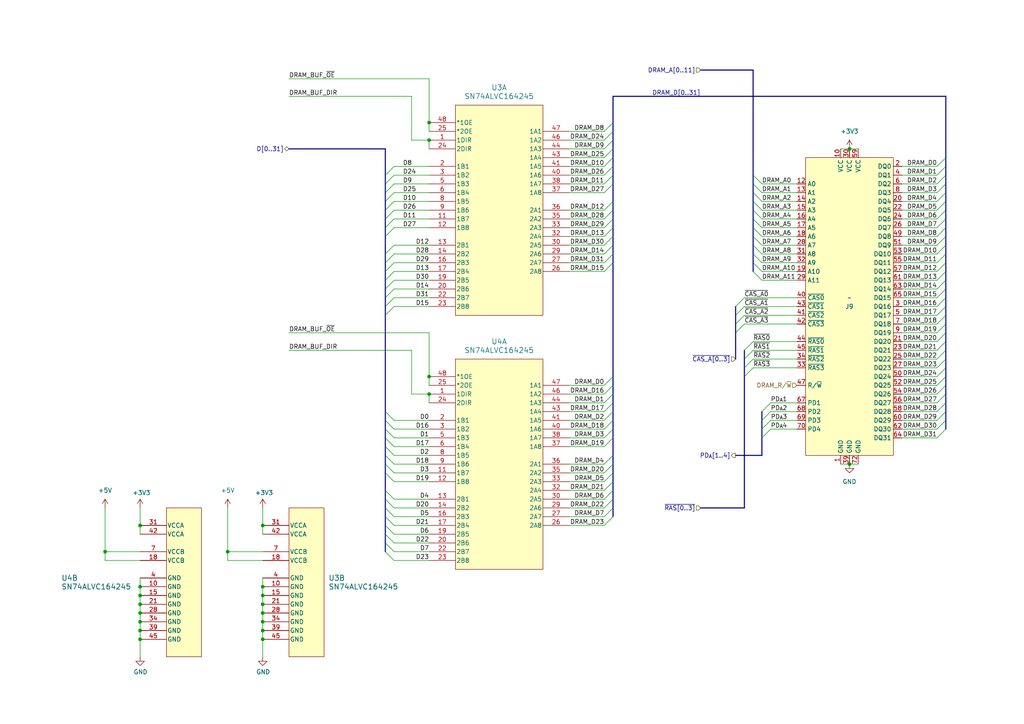
<source format=kicad_sch>
(kicad_sch (version 20230121) (generator eeschema)
  (paper "A4")
  (lib_symbols
    (symbol "68040:SIMM72_Socket"
      (property "Reference" "J" (at 0 0 0))
      (symbol "SIMM72_Socket_1_1"
        (rectangle (start -12.7 43.18) (end 12.7 -43.18) (fill (type background)))
        (pin power_in line (at -2.54 -45.72 90) (length 2.54) (name "GND") (number "1"))
        (pin power_in line (at -2.54 45.72 270) (length 2.54) (name "VCC") (number "10"))
        (pin input line (at -15.24 35.56 0) (length 2.54) (name "A0") (number "12"))
        (pin input line (at -15.24 33.02 0) (length 2.54) (name "A1") (number "13"))
        (pin input line (at -15.24 30.48 0) (length 2.54) (name "A2") (number "14"))
        (pin input line (at -15.24 27.94 0) (length 2.54) (name "A3") (number "15"))
        (pin input line (at -15.24 25.4 0) (length 2.54) (name "A4") (number "16"))
        (pin input line (at -15.24 22.86 0) (length 2.54) (name "A5") (number "17"))
        (pin input line (at -15.24 20.32 0) (length 2.54) (name "A6") (number "18"))
        (pin input line (at -15.24 10.16 0) (length 2.54) (name "A10") (number "19"))
        (pin bidirectional line (at 15.24 40.64 180) (length 2.54) (name "DQ0") (number "2"))
        (pin bidirectional line (at 15.24 30.48 180) (length 2.54) (name "DQ4") (number "20"))
        (pin bidirectional line (at 15.24 -10.16 180) (length 2.54) (name "DQ20") (number "21"))
        (pin bidirectional line (at 15.24 27.94 180) (length 2.54) (name "DQ5") (number "22"))
        (pin bidirectional line (at 15.24 -12.7 180) (length 2.54) (name "DQ21") (number "23"))
        (pin bidirectional line (at 15.24 25.4 180) (length 2.54) (name "DQ6") (number "24"))
        (pin bidirectional line (at 15.24 -15.24 180) (length 2.54) (name "DQ22") (number "25"))
        (pin bidirectional line (at 15.24 22.86 180) (length 2.54) (name "DQ7") (number "26"))
        (pin bidirectional line (at 15.24 -17.78 180) (length 2.54) (name "DQ23") (number "27"))
        (pin input line (at -15.24 17.78 0) (length 2.54) (name "A7") (number "28"))
        (pin input line (at -15.24 7.62 0) (length 2.54) (name "A11") (number "29"))
        (pin bidirectional line (at 15.24 0 180) (length 2.54) (name "DQ16") (number "3"))
        (pin power_in line (at 0 45.72 270) (length 2.54) (name "VCC") (number "30"))
        (pin input line (at -15.24 15.24 0) (length 2.54) (name "A8") (number "31"))
        (pin input line (at -15.24 12.7 0) (length 2.54) (name "A9") (number "32"))
        (pin input line (at -15.24 -17.78 0) (length 2.54) (name "~{RAS3}") (number "33"))
        (pin input line (at -15.24 -15.24 0) (length 2.54) (name "~{RAS2}") (number "34"))
        (pin power_in line (at 0 -45.72 90) (length 2.54) (name "GND") (number "39"))
        (pin bidirectional line (at 15.24 38.1 180) (length 2.54) (name "DQ1") (number "4"))
        (pin input line (at -15.24 2.54 0) (length 2.54) (name "~{CAS0}") (number "40"))
        (pin input line (at -15.24 -2.54 0) (length 2.54) (name "~{CAS2}") (number "41"))
        (pin input line (at -15.24 -5.08 0) (length 2.54) (name "~{CAS3}") (number "42"))
        (pin input line (at -15.24 0 0) (length 2.54) (name "~{CAS1}") (number "43"))
        (pin input line (at -15.24 -10.16 0) (length 2.54) (name "~{RAS0}") (number "44"))
        (pin input line (at -15.24 -12.7 0) (length 2.54) (name "~{RAS1}") (number "45"))
        (pin input line (at -15.24 -22.86 0) (length 2.54) (name "R/~{W}") (number "47"))
        (pin bidirectional line (at 15.24 20.32 180) (length 2.54) (name "DQ8") (number "49"))
        (pin bidirectional line (at 15.24 -2.54 180) (length 2.54) (name "DQ17") (number "5"))
        (pin bidirectional line (at 15.24 -20.32 180) (length 2.54) (name "DQ24") (number "50"))
        (pin bidirectional line (at 15.24 17.78 180) (length 2.54) (name "DQ9") (number "51"))
        (pin bidirectional line (at 15.24 -22.86 180) (length 2.54) (name "DQ25") (number "52"))
        (pin bidirectional line (at 15.24 15.24 180) (length 2.54) (name "DQ10") (number "53"))
        (pin bidirectional line (at 15.24 -25.4 180) (length 2.54) (name "DQ26") (number "54"))
        (pin bidirectional line (at 15.24 12.7 180) (length 2.54) (name "DQ11") (number "55"))
        (pin bidirectional line (at 15.24 -27.94 180) (length 2.54) (name "DQ27") (number "56"))
        (pin bidirectional line (at 15.24 10.16 180) (length 2.54) (name "DQ12") (number "57"))
        (pin bidirectional line (at 15.24 -30.48 180) (length 2.54) (name "DQ28") (number "58"))
        (pin power_in line (at 2.54 45.72 270) (length 2.54) (name "VCC") (number "59"))
        (pin bidirectional line (at 15.24 35.56 180) (length 2.54) (name "DQ2") (number "6"))
        (pin bidirectional line (at 15.24 -33.02 180) (length 2.54) (name "DQ29") (number "60"))
        (pin bidirectional line (at 15.24 7.62 180) (length 2.54) (name "DQ13") (number "61"))
        (pin bidirectional line (at 15.24 -35.56 180) (length 2.54) (name "DQ30") (number "62"))
        (pin bidirectional line (at 15.24 5.08 180) (length 2.54) (name "DQ14") (number "63"))
        (pin bidirectional line (at 15.24 -38.1 180) (length 2.54) (name "DQ31") (number "64"))
        (pin bidirectional line (at 15.24 2.54 180) (length 2.54) (name "DQ15") (number "65"))
        (pin passive line (at -15.24 -27.94 0) (length 2.54) (name "PD1") (number "67"))
        (pin passive line (at -15.24 -30.48 0) (length 2.54) (name "PD2") (number "68"))
        (pin passive line (at -15.24 -33.02 0) (length 2.54) (name "PD3") (number "69"))
        (pin bidirectional line (at 15.24 -5.08 180) (length 2.54) (name "DQ18") (number "7"))
        (pin passive line (at -15.24 -35.56 0) (length 2.54) (name "PD4") (number "70"))
        (pin power_in line (at 2.54 -45.72 90) (length 2.54) (name "GND") (number "72"))
        (pin bidirectional line (at 15.24 33.02 180) (length 2.54) (name "DQ3") (number "8"))
        (pin bidirectional line (at 15.24 -7.62 180) (length 2.54) (name "DQ19") (number "9"))
      )
    )
    (symbol "68040:SN74ALVC164245" (pin_names (offset 0.254))
      (property "Reference" "U" (at 0 35.56 0))
      (property "Value" "SN74ALVC164245" (at 0 33.02 0))
      (symbol "SN74ALVC164245_1_1"
        (rectangle (start -12.7 30.48) (end 12.7 -30.48) (fill (type background)))
        (pin input line (at -20.32 20.32 0) (length 7.62) (name "1DIR") (number "1"))
        (pin bidirectional line (at -20.32 -2.54 0) (length 7.62) (name "1B7") (number "11"))
        (pin bidirectional line (at -20.32 -5.08 0) (length 7.62) (name "1B8") (number "12"))
        (pin bidirectional line (at -20.32 -10.16 0) (length 7.62) (name "2B1") (number "13"))
        (pin bidirectional line (at -20.32 -12.7 0) (length 7.62) (name "2B2") (number "14"))
        (pin bidirectional line (at -20.32 -15.24 0) (length 7.62) (name "2B3") (number "16"))
        (pin bidirectional line (at -20.32 -17.78 0) (length 7.62) (name "2B4") (number "17"))
        (pin bidirectional line (at -20.32 -20.32 0) (length 7.62) (name "2B5") (number "19"))
        (pin bidirectional line (at -20.32 12.7 0) (length 7.62) (name "1B1") (number "2"))
        (pin bidirectional line (at -20.32 -22.86 0) (length 7.62) (name "2B6") (number "20"))
        (pin bidirectional line (at -20.32 -25.4 0) (length 7.62) (name "2B7") (number "22"))
        (pin bidirectional line (at -20.32 -27.94 0) (length 7.62) (name "2B8") (number "23"))
        (pin input line (at -20.32 17.78 0) (length 7.62) (name "2DIR") (number "24"))
        (pin input line (at -20.32 22.86 0) (length 7.62) (name "*2OE") (number "25"))
        (pin bidirectional line (at 20.32 -17.78 180) (length 7.62) (name "2A8") (number "26"))
        (pin bidirectional line (at 20.32 -15.24 180) (length 7.62) (name "2A7") (number "27"))
        (pin bidirectional line (at 20.32 -12.7 180) (length 7.62) (name "2A6") (number "29"))
        (pin bidirectional line (at -20.32 10.16 0) (length 7.62) (name "1B2") (number "3"))
        (pin bidirectional line (at 20.32 -10.16 180) (length 7.62) (name "2A5") (number "30"))
        (pin bidirectional line (at 20.32 -7.62 180) (length 7.62) (name "2A4") (number "32"))
        (pin bidirectional line (at 20.32 -5.08 180) (length 7.62) (name "2A3") (number "33"))
        (pin bidirectional line (at 20.32 -2.54 180) (length 7.62) (name "2A2") (number "35"))
        (pin bidirectional line (at 20.32 0 180) (length 7.62) (name "2A1") (number "36"))
        (pin bidirectional line (at 20.32 5.08 180) (length 7.62) (name "1A8") (number "37"))
        (pin bidirectional line (at 20.32 7.62 180) (length 7.62) (name "1A7") (number "38"))
        (pin bidirectional line (at 20.32 10.16 180) (length 7.62) (name "1A6") (number "40"))
        (pin bidirectional line (at 20.32 12.7 180) (length 7.62) (name "1A5") (number "41"))
        (pin bidirectional line (at 20.32 15.24 180) (length 7.62) (name "1A4") (number "43"))
        (pin bidirectional line (at 20.32 17.78 180) (length 7.62) (name "1A3") (number "44"))
        (pin bidirectional line (at 20.32 20.32 180) (length 7.62) (name "1A2") (number "46"))
        (pin bidirectional line (at 20.32 22.86 180) (length 7.62) (name "1A1") (number "47"))
        (pin input line (at -20.32 25.4 0) (length 7.62) (name "*1OE") (number "48"))
        (pin bidirectional line (at -20.32 7.62 0) (length 7.62) (name "1B3") (number "5"))
        (pin bidirectional line (at -20.32 5.08 0) (length 7.62) (name "1B4") (number "6"))
        (pin bidirectional line (at -20.32 2.54 0) (length 7.62) (name "1B5") (number "8"))
        (pin bidirectional line (at -20.32 0 0) (length 7.62) (name "1B6") (number "9"))
      )
      (symbol "SN74ALVC164245_2_1"
        (rectangle (start 7.62 5.08) (end 17.78 -38.1) (fill (type background)))
        (pin power_in line (at 0 -17.78 0) (length 7.62) (name "GND") (number "10"))
        (pin power_in line (at 0 -20.32 0) (length 7.62) (name "GND") (number "15"))
        (pin power_in line (at 0 -10.16 0) (length 7.62) (name "VCCB") (number "18"))
        (pin power_in line (at 0 -22.86 0) (length 7.62) (name "GND") (number "21"))
        (pin power_in line (at 0 -25.4 0) (length 7.62) (name "GND") (number "28"))
        (pin power_in line (at 0 0 0) (length 7.62) (name "VCCA") (number "31"))
        (pin power_in line (at 0 -27.94 0) (length 7.62) (name "GND") (number "34"))
        (pin power_in line (at 0 -30.48 0) (length 7.62) (name "GND") (number "39"))
        (pin power_in line (at 0 -15.24 0) (length 7.62) (name "GND") (number "4"))
        (pin power_in line (at 0 -2.54 0) (length 7.62) (name "VCCA") (number "42"))
        (pin power_in line (at 0 -33.02 0) (length 7.62) (name "GND") (number "45"))
        (pin power_in line (at 0 -7.62 0) (length 7.62) (name "VCCB") (number "7"))
      )
    )
    (symbol "UPduino_v3.0:power_+3.3V" (power) (pin_names (offset 0))
      (property "Value" "power_+3.3V" (at 0 3.556 0))
      (symbol "power_+3.3V_0_1"
        (polyline (pts (xy -0.762 1.27) (xy 0 2.54)))
        (polyline (pts (xy 0 0) (xy 0 2.54)))
        (polyline (pts (xy 0 2.54) (xy 0.762 1.27)))
      )
      (symbol "power_+3.3V_1_1"
        (pin power_in line (at 0 0 90) (length 0) hide (name "+3V3") (number "1"))
      )
    )
    (symbol "UPduino_v3.0:power_GND" (power) (pin_names (offset 0))
      (property "Value" "power_GND" (at 0 -3.81 0))
      (symbol "power_GND_0_1"
        (polyline (pts (xy 0 0) (xy 0 -1.27) (xy 1.27 -1.27) (xy 0 -2.54) (xy -1.27 -1.27) (xy 0 -1.27)))
      )
      (symbol "power_GND_1_1"
        (pin power_in line (at 0 0 270) (length 0) hide (name "GND") (number "1"))
      )
    )
    (symbol "power:+3V3" (power) (pin_names (offset 0))
      (property "Value" "+3V3" (at 0 3.556 0))
      (symbol "+3V3_0_1"
        (polyline (pts (xy -0.762 1.27) (xy 0 2.54)))
        (polyline (pts (xy 0 0) (xy 0 2.54)))
        (polyline (pts (xy 0 2.54) (xy 0.762 1.27)))
      )
      (symbol "+3V3_1_1"
        (pin power_in line (at 0 0 90) (length 0) hide (name "+3V3") (number "1"))
      )
    )
    (symbol "power:+5V" (power) (pin_names (offset 0))
      (property "Value" "+5V" (at 0 3.556 0))
      (symbol "+5V_0_1"
        (polyline (pts (xy -0.762 1.27) (xy 0 2.54)))
        (polyline (pts (xy 0 0) (xy 0 2.54)))
        (polyline (pts (xy 0 2.54) (xy 0.762 1.27)))
      )
      (symbol "+5V_1_1"
        (pin power_in line (at 0 0 90) (length 0) hide (name "+5V") (number "1"))
      )
    )
    (symbol "power:GND" (power) (pin_names (offset 0))
      (property "Value" "GND" (at 0 -3.81 0))
      (symbol "GND_0_1"
        (polyline (pts (xy 0 0) (xy 0 -1.27) (xy 1.27 -1.27) (xy 0 -2.54) (xy -1.27 -1.27) (xy 0 -1.27)))
      )
      (symbol "GND_1_1"
        (pin power_in line (at 0 0 270) (length 0) hide (name "GND") (number "1"))
      )
    )
  )
  (junction (at 124.46 40.64))
  (junction (at 40.64 175.26))
  (junction (at 76.2 172.72))
  (junction (at 76.2 175.26))
  (junction (at 76.2 185.42))
  (junction (at 124.46 35.56))
  (junction (at 40.64 182.88))
  (junction (at 246.38 43.18))
  (junction (at 76.2 182.88))
  (junction (at 40.64 152.4))
  (junction (at 40.64 177.8))
  (junction (at 76.2 180.34))
  (junction (at 124.46 109.22))
  (junction (at 40.64 170.18))
  (junction (at 124.46 114.3))
  (junction (at 40.64 185.42))
  (junction (at 40.64 172.72))
  (junction (at 76.2 177.8))
  (junction (at 40.64 180.34))
  (junction (at 76.2 152.4))
  (junction (at 30.48 160.02))
  (junction (at 76.2 170.18))
  (junction (at 246.38 134.62))
  (junction (at 66.04 160.02))
  (bus_entry (at 271.78 91.44) (size 2.54 -2.54))
  (bus_entry (at 111.76 134.62) (size 2.54 2.54))
  (bus_entry (at 213.36 93.98) (size 2.54 -2.54))
  (bus_entry (at 175.26 63.5) (size 2.54 -2.54))
  (bus_entry (at 175.26 147.32) (size 2.54 -2.54))
  (bus_entry (at 271.78 48.26) (size 2.54 -2.54))
  (bus_entry (at 175.26 45.72) (size 2.54 -2.54))
  (bus_entry (at 220.98 55.88) (size -2.54 -2.54))
  (bus_entry (at 111.76 149.86) (size 2.54 2.54))
  (bus_entry (at 220.98 76.2) (size -2.54 -2.54))
  (bus_entry (at 111.76 86.36) (size 2.54 -2.54))
  (bus_entry (at 111.76 76.2) (size 2.54 -2.54))
  (bus_entry (at 111.76 132.08) (size 2.54 2.54))
  (bus_entry (at 220.98 68.58) (size -2.54 -2.54))
  (bus_entry (at 111.76 154.94) (size 2.54 2.54))
  (bus_entry (at 271.78 101.6) (size 2.54 -2.54))
  (bus_entry (at 271.78 111.76) (size 2.54 -2.54))
  (bus_entry (at 111.76 58.42) (size 2.54 -2.54))
  (bus_entry (at 111.76 55.88) (size 2.54 -2.54))
  (bus_entry (at 220.98 127) (size 2.54 -2.54))
  (bus_entry (at 271.78 55.88) (size 2.54 -2.54))
  (bus_entry (at 220.98 73.66) (size -2.54 -2.54))
  (bus_entry (at 111.76 152.4) (size 2.54 2.54))
  (bus_entry (at 175.26 50.8) (size 2.54 -2.54))
  (bus_entry (at 175.26 152.4) (size 2.54 -2.54))
  (bus_entry (at 271.78 86.36) (size 2.54 -2.54))
  (bus_entry (at 111.76 88.9) (size 2.54 -2.54))
  (bus_entry (at 271.78 53.34) (size 2.54 -2.54))
  (bus_entry (at 111.76 129.54) (size 2.54 2.54))
  (bus_entry (at 213.36 96.52) (size 2.54 -2.54))
  (bus_entry (at 175.26 119.38) (size 2.54 -2.54))
  (bus_entry (at 215.9 101.6) (size 2.54 -2.54))
  (bus_entry (at 220.98 60.96) (size -2.54 -2.54))
  (bus_entry (at 175.26 134.62) (size 2.54 -2.54))
  (bus_entry (at 220.98 124.46) (size 2.54 -2.54))
  (bus_entry (at 215.9 106.68) (size 2.54 -2.54))
  (bus_entry (at 111.76 119.38) (size 2.54 2.54))
  (bus_entry (at 271.78 50.8) (size 2.54 -2.54))
  (bus_entry (at 175.26 127) (size 2.54 -2.54))
  (bus_entry (at 175.26 38.1) (size 2.54 -2.54))
  (bus_entry (at 175.26 114.3) (size 2.54 -2.54))
  (bus_entry (at 213.36 88.9) (size 2.54 -2.54))
  (bus_entry (at 271.78 106.68) (size 2.54 -2.54))
  (bus_entry (at 175.26 139.7) (size 2.54 -2.54))
  (bus_entry (at 220.98 66.04) (size -2.54 -2.54))
  (bus_entry (at 271.78 104.14) (size 2.54 -2.54))
  (bus_entry (at 175.26 60.96) (size 2.54 -2.54))
  (bus_entry (at 111.76 160.02) (size 2.54 2.54))
  (bus_entry (at 175.26 116.84) (size 2.54 -2.54))
  (bus_entry (at 175.26 68.58) (size 2.54 -2.54))
  (bus_entry (at 271.78 127) (size 2.54 -2.54))
  (bus_entry (at 271.78 63.5) (size 2.54 -2.54))
  (bus_entry (at 271.78 73.66) (size 2.54 -2.54))
  (bus_entry (at 271.78 71.12) (size 2.54 -2.54))
  (bus_entry (at 111.76 121.92) (size 2.54 2.54))
  (bus_entry (at 271.78 124.46) (size 2.54 -2.54))
  (bus_entry (at 271.78 81.28) (size 2.54 -2.54))
  (bus_entry (at 220.98 53.34) (size -2.54 -2.54))
  (bus_entry (at 111.76 73.66) (size 2.54 -2.54))
  (bus_entry (at 175.26 55.88) (size 2.54 -2.54))
  (bus_entry (at 111.76 137.16) (size 2.54 2.54))
  (bus_entry (at 220.98 119.38) (size 2.54 -2.54))
  (bus_entry (at 175.26 149.86) (size 2.54 -2.54))
  (bus_entry (at 111.76 83.82) (size 2.54 -2.54))
  (bus_entry (at 271.78 93.98) (size 2.54 -2.54))
  (bus_entry (at 111.76 127) (size 2.54 2.54))
  (bus_entry (at 271.78 66.04) (size 2.54 -2.54))
  (bus_entry (at 271.78 58.42) (size 2.54 -2.54))
  (bus_entry (at 111.76 53.34) (size 2.54 -2.54))
  (bus_entry (at 111.76 78.74) (size 2.54 -2.54))
  (bus_entry (at 175.26 40.64) (size 2.54 -2.54))
  (bus_entry (at 271.78 99.06) (size 2.54 -2.54))
  (bus_entry (at 111.76 142.24) (size 2.54 2.54))
  (bus_entry (at 175.26 76.2) (size 2.54 -2.54))
  (bus_entry (at 271.78 109.22) (size 2.54 -2.54))
  (bus_entry (at 215.9 104.14) (size 2.54 -2.54))
  (bus_entry (at 215.9 109.22) (size 2.54 -2.54))
  (bus_entry (at 271.78 114.3) (size 2.54 -2.54))
  (bus_entry (at 111.76 63.5) (size 2.54 -2.54))
  (bus_entry (at 175.26 43.18) (size 2.54 -2.54))
  (bus_entry (at 220.98 78.74) (size -2.54 -2.54))
  (bus_entry (at 271.78 121.92) (size 2.54 -2.54))
  (bus_entry (at 111.76 81.28) (size 2.54 -2.54))
  (bus_entry (at 111.76 68.58) (size 2.54 -2.54))
  (bus_entry (at 220.98 81.28) (size -2.54 -2.54))
  (bus_entry (at 213.36 91.44) (size 2.54 -2.54))
  (bus_entry (at 111.76 144.78) (size 2.54 2.54))
  (bus_entry (at 220.98 71.12) (size -2.54 -2.54))
  (bus_entry (at 271.78 68.58) (size 2.54 -2.54))
  (bus_entry (at 175.26 124.46) (size 2.54 -2.54))
  (bus_entry (at 220.98 63.5) (size -2.54 -2.54))
  (bus_entry (at 175.26 144.78) (size 2.54 -2.54))
  (bus_entry (at 175.26 129.54) (size 2.54 -2.54))
  (bus_entry (at 175.26 121.92) (size 2.54 -2.54))
  (bus_entry (at 111.76 66.04) (size 2.54 -2.54))
  (bus_entry (at 175.26 111.76) (size 2.54 -2.54))
  (bus_entry (at 111.76 157.48) (size 2.54 2.54))
  (bus_entry (at 271.78 96.52) (size 2.54 -2.54))
  (bus_entry (at 175.26 137.16) (size 2.54 -2.54))
  (bus_entry (at 271.78 76.2) (size 2.54 -2.54))
  (bus_entry (at 271.78 78.74) (size 2.54 -2.54))
  (bus_entry (at 111.76 60.96) (size 2.54 -2.54))
  (bus_entry (at 175.26 48.26) (size 2.54 -2.54))
  (bus_entry (at 175.26 142.24) (size 2.54 -2.54))
  (bus_entry (at 175.26 78.74) (size 2.54 -2.54))
  (bus_entry (at 175.26 73.66) (size 2.54 -2.54))
  (bus_entry (at 175.26 66.04) (size 2.54 -2.54))
  (bus_entry (at 271.78 88.9) (size 2.54 -2.54))
  (bus_entry (at 271.78 60.96) (size 2.54 -2.54))
  (bus_entry (at 111.76 91.44) (size 2.54 -2.54))
  (bus_entry (at 220.98 121.92) (size 2.54 -2.54))
  (bus_entry (at 271.78 116.84) (size 2.54 -2.54))
  (bus_entry (at 175.26 71.12) (size 2.54 -2.54))
  (bus_entry (at 175.26 53.34) (size 2.54 -2.54))
  (bus_entry (at 271.78 83.82) (size 2.54 -2.54))
  (bus_entry (at 271.78 119.38) (size 2.54 -2.54))
  (bus_entry (at 111.76 147.32) (size 2.54 2.54))
  (bus_entry (at 111.76 124.46) (size 2.54 2.54))
  (bus_entry (at 111.76 50.8) (size 2.54 -2.54))
  (bus_entry (at 220.98 58.42) (size -2.54 -2.54))
  (bus (pts (xy 218.44 63.5) (xy 218.44 60.96)))
  (wire (pts (xy 114.3 149.86) (xy 124.46 149.86)))
  (wire (pts (xy 165.1 116.84) (xy 175.26 116.84)))
  (bus (pts (xy 274.32 109.22) (xy 274.32 106.68)))
  (bus (pts (xy 177.8 76.2) (xy 177.8 73.66)))
  (wire (pts (xy 114.3 48.26) (xy 124.46 48.26)))
  (wire (pts (xy 165.1 63.5) (xy 175.26 63.5)))
  (wire (pts (xy 124.46 43.18) (xy 124.46 40.64)))
  (wire (pts (xy 114.3 88.9) (xy 124.46 88.9)))
  (wire (pts (xy 40.64 175.26) (xy 40.64 177.8)))
  (wire (pts (xy 223.52 119.38) (xy 231.14 119.38)))
  (wire (pts (xy 165.1 129.54) (xy 175.26 129.54)))
  (bus (pts (xy 111.76 68.58) (xy 111.76 73.66)))
  (bus (pts (xy 177.8 116.84) (xy 177.8 114.3)))
  (wire (pts (xy 30.48 160.02) (xy 30.48 162.56)))
  (bus (pts (xy 203.2 147.32) (xy 215.9 147.32)))
  (wire (pts (xy 119.38 114.3) (xy 119.38 101.6)))
  (bus (pts (xy 220.98 121.92) (xy 220.98 119.38)))
  (wire (pts (xy 165.1 121.92) (xy 175.26 121.92)))
  (wire (pts (xy 261.62 114.3) (xy 271.78 114.3)))
  (bus (pts (xy 111.76 157.48) (xy 111.76 160.02)))
  (wire (pts (xy 165.1 48.26) (xy 175.26 48.26)))
  (wire (pts (xy 124.46 114.3) (xy 119.38 114.3)))
  (bus (pts (xy 218.44 55.88) (xy 218.44 53.34)))
  (wire (pts (xy 119.38 27.94) (xy 83.82 27.94)))
  (wire (pts (xy 114.3 60.96) (xy 124.46 60.96)))
  (bus (pts (xy 274.32 68.58) (xy 274.32 66.04)))
  (wire (pts (xy 165.1 68.58) (xy 175.26 68.58)))
  (wire (pts (xy 165.1 114.3) (xy 175.26 114.3)))
  (bus (pts (xy 111.76 134.62) (xy 111.76 137.16)))
  (wire (pts (xy 261.62 78.74) (xy 271.78 78.74)))
  (wire (pts (xy 76.2 152.4) (xy 76.2 154.94)))
  (bus (pts (xy 213.36 132.08) (xy 220.98 132.08)))
  (bus (pts (xy 218.44 58.42) (xy 218.44 55.88)))
  (bus (pts (xy 215.9 109.22) (xy 215.9 147.32)))
  (bus (pts (xy 274.32 73.66) (xy 274.32 71.12)))
  (wire (pts (xy 76.2 175.26) (xy 76.2 177.8)))
  (wire (pts (xy 114.3 73.66) (xy 124.46 73.66)))
  (wire (pts (xy 114.3 134.62) (xy 124.46 134.62)))
  (bus (pts (xy 177.8 119.38) (xy 177.8 116.84)))
  (wire (pts (xy 40.64 180.34) (xy 40.64 182.88)))
  (wire (pts (xy 261.62 127) (xy 271.78 127)))
  (bus (pts (xy 177.8 43.18) (xy 177.8 40.64)))
  (wire (pts (xy 215.9 93.98) (xy 231.14 93.98)))
  (bus (pts (xy 111.76 121.92) (xy 111.76 124.46)))
  (bus (pts (xy 111.76 152.4) (xy 111.76 154.94)))
  (bus (pts (xy 218.44 78.74) (xy 218.44 76.2)))
  (wire (pts (xy 114.3 129.54) (xy 124.46 129.54)))
  (bus (pts (xy 111.76 50.8) (xy 111.76 53.34)))
  (wire (pts (xy 261.62 124.46) (xy 271.78 124.46)))
  (wire (pts (xy 30.48 147.32) (xy 30.48 160.02)))
  (bus (pts (xy 177.8 38.1) (xy 177.8 35.56)))
  (wire (pts (xy 165.1 152.4) (xy 175.26 152.4)))
  (wire (pts (xy 40.64 177.8) (xy 40.64 180.34)))
  (bus (pts (xy 213.36 96.52) (xy 213.36 104.14)))
  (wire (pts (xy 114.3 83.82) (xy 124.46 83.82)))
  (bus (pts (xy 177.8 144.78) (xy 177.8 142.24)))
  (bus (pts (xy 111.76 129.54) (xy 111.76 132.08)))
  (wire (pts (xy 261.62 121.92) (xy 271.78 121.92)))
  (bus (pts (xy 274.32 86.36) (xy 274.32 83.82)))
  (wire (pts (xy 220.98 71.12) (xy 231.14 71.12)))
  (bus (pts (xy 274.32 116.84) (xy 274.32 114.3)))
  (wire (pts (xy 165.1 53.34) (xy 175.26 53.34)))
  (bus (pts (xy 274.32 121.92) (xy 274.32 119.38)))
  (wire (pts (xy 40.64 170.18) (xy 40.64 172.72)))
  (bus (pts (xy 177.8 149.86) (xy 177.8 147.32)))
  (bus (pts (xy 274.32 81.28) (xy 274.32 78.74)))
  (bus (pts (xy 213.36 91.44) (xy 213.36 93.98)))
  (bus (pts (xy 177.8 142.24) (xy 177.8 139.7)))
  (wire (pts (xy 220.98 63.5) (xy 231.14 63.5)))
  (wire (pts (xy 261.62 88.9) (xy 271.78 88.9)))
  (bus (pts (xy 177.8 127) (xy 177.8 124.46)))
  (wire (pts (xy 76.2 177.8) (xy 76.2 180.34)))
  (wire (pts (xy 261.62 83.82) (xy 271.78 83.82)))
  (wire (pts (xy 261.62 81.28) (xy 271.78 81.28)))
  (wire (pts (xy 261.62 76.2) (xy 271.78 76.2)))
  (bus (pts (xy 111.76 55.88) (xy 111.76 58.42)))
  (wire (pts (xy 165.1 144.78) (xy 175.26 144.78)))
  (wire (pts (xy 261.62 116.84) (xy 271.78 116.84)))
  (bus (pts (xy 177.8 76.2) (xy 177.8 109.22)))
  (wire (pts (xy 165.1 71.12) (xy 175.26 71.12)))
  (wire (pts (xy 165.1 111.76) (xy 175.26 111.76)))
  (bus (pts (xy 111.76 60.96) (xy 111.76 63.5)))
  (wire (pts (xy 215.9 91.44) (xy 231.14 91.44)))
  (bus (pts (xy 213.36 93.98) (xy 213.36 96.52)))
  (bus (pts (xy 274.32 76.2) (xy 274.32 73.66)))
  (wire (pts (xy 76.2 182.88) (xy 76.2 185.42)))
  (wire (pts (xy 261.62 109.22) (xy 271.78 109.22)))
  (bus (pts (xy 274.32 111.76) (xy 274.32 109.22)))
  (wire (pts (xy 243.84 134.62) (xy 246.38 134.62)))
  (wire (pts (xy 261.62 101.6) (xy 271.78 101.6)))
  (wire (pts (xy 223.52 124.46) (xy 231.14 124.46)))
  (bus (pts (xy 111.76 43.18) (xy 111.76 50.8)))
  (wire (pts (xy 261.62 53.34) (xy 271.78 53.34)))
  (bus (pts (xy 215.9 106.68) (xy 215.9 109.22)))
  (wire (pts (xy 215.9 88.9) (xy 231.14 88.9)))
  (wire (pts (xy 114.3 76.2) (xy 124.46 76.2)))
  (wire (pts (xy 119.38 101.6) (xy 83.82 101.6)))
  (wire (pts (xy 83.82 96.52) (xy 124.46 96.52)))
  (bus (pts (xy 111.76 147.32) (xy 111.76 149.86)))
  (wire (pts (xy 165.1 66.04) (xy 175.26 66.04)))
  (bus (pts (xy 274.32 71.12) (xy 274.32 68.58)))
  (bus (pts (xy 111.76 149.86) (xy 111.76 152.4)))
  (bus (pts (xy 111.76 53.34) (xy 111.76 55.88)))
  (wire (pts (xy 124.46 38.1) (xy 124.46 35.56)))
  (wire (pts (xy 114.3 58.42) (xy 124.46 58.42)))
  (bus (pts (xy 274.32 55.88) (xy 274.32 53.34)))
  (bus (pts (xy 111.76 144.78) (xy 111.76 147.32)))
  (bus (pts (xy 111.76 83.82) (xy 111.76 86.36)))
  (bus (pts (xy 274.32 60.96) (xy 274.32 58.42)))
  (wire (pts (xy 165.1 134.62) (xy 175.26 134.62)))
  (bus (pts (xy 177.8 27.94) (xy 274.32 27.94)))
  (bus (pts (xy 215.9 101.6) (xy 215.9 104.14)))
  (bus (pts (xy 274.32 119.38) (xy 274.32 116.84)))
  (bus (pts (xy 111.76 66.04) (xy 111.76 68.58)))
  (wire (pts (xy 261.62 86.36) (xy 271.78 86.36)))
  (wire (pts (xy 76.2 170.18) (xy 76.2 172.72)))
  (wire (pts (xy 261.62 111.76) (xy 271.78 111.76)))
  (wire (pts (xy 261.62 66.04) (xy 271.78 66.04)))
  (wire (pts (xy 114.3 124.46) (xy 124.46 124.46)))
  (bus (pts (xy 220.98 127) (xy 220.98 124.46)))
  (wire (pts (xy 76.2 167.64) (xy 76.2 170.18)))
  (bus (pts (xy 111.76 154.94) (xy 111.76 157.48)))
  (wire (pts (xy 261.62 63.5) (xy 271.78 63.5)))
  (bus (pts (xy 111.76 132.08) (xy 111.76 134.62)))
  (bus (pts (xy 177.8 121.92) (xy 177.8 119.38)))
  (bus (pts (xy 177.8 53.34) (xy 177.8 58.42)))
  (wire (pts (xy 261.62 93.98) (xy 271.78 93.98)))
  (wire (pts (xy 124.46 111.76) (xy 124.46 109.22)))
  (bus (pts (xy 111.76 58.42) (xy 111.76 60.96)))
  (wire (pts (xy 114.3 50.8) (xy 124.46 50.8)))
  (bus (pts (xy 274.32 66.04) (xy 274.32 63.5)))
  (wire (pts (xy 215.9 86.36) (xy 231.14 86.36)))
  (wire (pts (xy 165.1 40.64) (xy 175.26 40.64)))
  (wire (pts (xy 114.3 137.16) (xy 124.46 137.16)))
  (bus (pts (xy 111.76 88.9) (xy 111.76 91.44)))
  (bus (pts (xy 111.76 91.44) (xy 111.76 119.38)))
  (wire (pts (xy 114.3 121.92) (xy 124.46 121.92)))
  (wire (pts (xy 124.46 40.64) (xy 119.38 40.64)))
  (wire (pts (xy 261.62 73.66) (xy 271.78 73.66)))
  (wire (pts (xy 223.52 116.84) (xy 231.14 116.84)))
  (bus (pts (xy 274.32 96.52) (xy 274.32 93.98)))
  (wire (pts (xy 261.62 99.06) (xy 271.78 99.06)))
  (bus (pts (xy 220.98 124.46) (xy 220.98 121.92)))
  (wire (pts (xy 119.38 40.64) (xy 119.38 27.94)))
  (wire (pts (xy 165.1 38.1) (xy 175.26 38.1)))
  (wire (pts (xy 165.1 60.96) (xy 175.26 60.96)))
  (wire (pts (xy 165.1 142.24) (xy 175.26 142.24)))
  (wire (pts (xy 220.98 78.74) (xy 231.14 78.74)))
  (wire (pts (xy 76.2 180.34) (xy 76.2 182.88)))
  (bus (pts (xy 177.8 40.64) (xy 177.8 38.1)))
  (wire (pts (xy 165.1 50.8) (xy 175.26 50.8)))
  (wire (pts (xy 165.1 137.16) (xy 175.26 137.16)))
  (wire (pts (xy 30.48 160.02) (xy 40.64 160.02)))
  (bus (pts (xy 177.8 147.32) (xy 177.8 144.78)))
  (wire (pts (xy 261.62 91.44) (xy 271.78 91.44)))
  (wire (pts (xy 165.1 149.86) (xy 175.26 149.86)))
  (wire (pts (xy 165.1 147.32) (xy 175.26 147.32)))
  (wire (pts (xy 246.38 134.62) (xy 248.92 134.62)))
  (wire (pts (xy 76.2 147.32) (xy 76.2 152.4)))
  (wire (pts (xy 220.98 81.28) (xy 231.14 81.28)))
  (bus (pts (xy 274.32 91.44) (xy 274.32 88.9)))
  (bus (pts (xy 274.32 93.98) (xy 274.32 91.44)))
  (wire (pts (xy 243.84 43.18) (xy 246.38 43.18)))
  (wire (pts (xy 220.98 53.34) (xy 231.14 53.34)))
  (bus (pts (xy 177.8 73.66) (xy 177.8 71.12)))
  (wire (pts (xy 40.64 152.4) (xy 40.64 154.94)))
  (bus (pts (xy 111.76 119.38) (xy 111.76 121.92)))
  (wire (pts (xy 124.46 35.56) (xy 124.46 22.86)))
  (wire (pts (xy 114.3 132.08) (xy 124.46 132.08)))
  (wire (pts (xy 220.98 66.04) (xy 231.14 66.04)))
  (bus (pts (xy 220.98 132.08) (xy 220.98 127)))
  (bus (pts (xy 218.44 68.58) (xy 218.44 66.04)))
  (bus (pts (xy 111.76 78.74) (xy 111.76 81.28)))
  (wire (pts (xy 218.44 106.68) (xy 231.14 106.68)))
  (wire (pts (xy 220.98 68.58) (xy 231.14 68.58)))
  (wire (pts (xy 261.62 71.12) (xy 271.78 71.12)))
  (bus (pts (xy 177.8 45.72) (xy 177.8 43.18)))
  (wire (pts (xy 218.44 104.14) (xy 231.14 104.14)))
  (wire (pts (xy 220.98 60.96) (xy 231.14 60.96)))
  (wire (pts (xy 165.1 43.18) (xy 175.26 43.18)))
  (wire (pts (xy 66.04 160.02) (xy 76.2 160.02)))
  (bus (pts (xy 274.32 58.42) (xy 274.32 55.88)))
  (wire (pts (xy 40.64 182.88) (xy 40.64 185.42)))
  (wire (pts (xy 220.98 76.2) (xy 231.14 76.2)))
  (bus (pts (xy 177.8 124.46) (xy 177.8 121.92)))
  (bus (pts (xy 218.44 73.66) (xy 218.44 71.12)))
  (wire (pts (xy 165.1 119.38) (xy 175.26 119.38)))
  (wire (pts (xy 261.62 50.8) (xy 271.78 50.8)))
  (wire (pts (xy 124.46 116.84) (xy 124.46 114.3)))
  (wire (pts (xy 220.98 55.88) (xy 231.14 55.88)))
  (wire (pts (xy 76.2 172.72) (xy 76.2 175.26)))
  (wire (pts (xy 114.3 86.36) (xy 124.46 86.36)))
  (bus (pts (xy 111.76 86.36) (xy 111.76 88.9)))
  (wire (pts (xy 261.62 55.88) (xy 271.78 55.88)))
  (wire (pts (xy 114.3 144.78) (xy 124.46 144.78)))
  (wire (pts (xy 261.62 68.58) (xy 271.78 68.58)))
  (wire (pts (xy 261.62 104.14) (xy 271.78 104.14)))
  (bus (pts (xy 177.8 50.8) (xy 177.8 48.26)))
  (bus (pts (xy 177.8 111.76) (xy 177.8 109.22)))
  (bus (pts (xy 111.76 142.24) (xy 111.76 144.78)))
  (bus (pts (xy 177.8 60.96) (xy 177.8 58.42)))
  (wire (pts (xy 114.3 139.7) (xy 124.46 139.7)))
  (bus (pts (xy 215.9 104.14) (xy 215.9 106.68)))
  (wire (pts (xy 114.3 55.88) (xy 124.46 55.88)))
  (bus (pts (xy 83.82 43.18) (xy 111.76 43.18)))
  (bus (pts (xy 274.32 114.3) (xy 274.32 111.76)))
  (bus (pts (xy 111.76 137.16) (xy 111.76 142.24)))
  (bus (pts (xy 274.32 78.74) (xy 274.32 76.2)))
  (bus (pts (xy 177.8 68.58) (xy 177.8 66.04)))
  (bus (pts (xy 274.32 48.26) (xy 274.32 45.72)))
  (bus (pts (xy 274.32 83.82) (xy 274.32 81.28)))
  (wire (pts (xy 165.1 76.2) (xy 175.26 76.2)))
  (bus (pts (xy 111.76 124.46) (xy 111.76 127)))
  (wire (pts (xy 66.04 160.02) (xy 66.04 162.56)))
  (wire (pts (xy 165.1 73.66) (xy 175.26 73.66)))
  (wire (pts (xy 114.3 160.02) (xy 124.46 160.02)))
  (bus (pts (xy 274.32 104.14) (xy 274.32 101.6)))
  (bus (pts (xy 218.44 71.12) (xy 218.44 68.58)))
  (wire (pts (xy 165.1 124.46) (xy 175.26 124.46)))
  (wire (pts (xy 114.3 63.5) (xy 124.46 63.5)))
  (bus (pts (xy 177.8 66.04) (xy 177.8 63.5)))
  (wire (pts (xy 220.98 73.66) (xy 231.14 73.66)))
  (wire (pts (xy 40.64 147.32) (xy 40.64 152.4)))
  (wire (pts (xy 261.62 106.68) (xy 271.78 106.68)))
  (wire (pts (xy 114.3 71.12) (xy 124.46 71.12)))
  (wire (pts (xy 76.2 185.42) (xy 76.2 190.5)))
  (bus (pts (xy 177.8 134.62) (xy 177.8 132.08)))
  (bus (pts (xy 203.2 20.32) (xy 218.44 20.32)))
  (bus (pts (xy 218.44 60.96) (xy 218.44 58.42)))
  (wire (pts (xy 114.3 147.32) (xy 124.46 147.32)))
  (bus (pts (xy 274.32 124.46) (xy 274.32 121.92)))
  (wire (pts (xy 114.3 66.04) (xy 124.46 66.04)))
  (wire (pts (xy 261.62 119.38) (xy 271.78 119.38)))
  (bus (pts (xy 274.32 101.6) (xy 274.32 99.06)))
  (bus (pts (xy 213.36 88.9) (xy 213.36 91.44)))
  (bus (pts (xy 177.8 114.3) (xy 177.8 111.76)))
  (bus (pts (xy 274.32 99.06) (xy 274.32 96.52)))
  (wire (pts (xy 165.1 127) (xy 175.26 127)))
  (bus (pts (xy 177.8 137.16) (xy 177.8 134.62)))
  (wire (pts (xy 218.44 101.6) (xy 231.14 101.6)))
  (wire (pts (xy 83.82 22.86) (xy 124.46 22.86)))
  (wire (pts (xy 40.64 185.42) (xy 40.64 190.5)))
  (bus (pts (xy 218.44 53.34) (xy 218.44 50.8)))
  (wire (pts (xy 114.3 157.48) (xy 124.46 157.48)))
  (wire (pts (xy 114.3 53.34) (xy 124.46 53.34)))
  (wire (pts (xy 220.98 58.42) (xy 231.14 58.42)))
  (bus (pts (xy 177.8 71.12) (xy 177.8 68.58)))
  (wire (pts (xy 165.1 55.88) (xy 175.26 55.88)))
  (wire (pts (xy 114.3 162.56) (xy 124.46 162.56)))
  (wire (pts (xy 40.64 172.72) (xy 40.64 175.26)))
  (wire (pts (xy 114.3 127) (xy 124.46 127)))
  (bus (pts (xy 274.32 88.9) (xy 274.32 86.36)))
  (bus (pts (xy 274.32 45.72) (xy 274.32 27.94)))
  (bus (pts (xy 111.76 127) (xy 111.76 129.54)))
  (bus (pts (xy 177.8 53.34) (xy 177.8 50.8)))
  (wire (pts (xy 261.62 48.26) (xy 271.78 48.26)))
  (wire (pts (xy 40.64 167.64) (xy 40.64 170.18)))
  (bus (pts (xy 177.8 63.5) (xy 177.8 60.96)))
  (wire (pts (xy 165.1 139.7) (xy 175.26 139.7)))
  (wire (pts (xy 66.04 162.56) (xy 76.2 162.56)))
  (bus (pts (xy 111.76 63.5) (xy 111.76 66.04)))
  (bus (pts (xy 111.76 81.28) (xy 111.76 83.82)))
  (wire (pts (xy 114.3 81.28) (xy 124.46 81.28)))
  (bus (pts (xy 218.44 66.04) (xy 218.44 63.5)))
  (wire (pts (xy 165.1 78.74) (xy 175.26 78.74)))
  (wire (pts (xy 165.1 45.72) (xy 175.26 45.72)))
  (wire (pts (xy 66.04 147.32) (xy 66.04 160.02)))
  (bus (pts (xy 274.32 53.34) (xy 274.32 50.8)))
  (wire (pts (xy 114.3 152.4) (xy 124.46 152.4)))
  (wire (pts (xy 30.48 162.56) (xy 40.64 162.56)))
  (bus (pts (xy 218.44 50.8) (xy 218.44 20.32)))
  (bus (pts (xy 218.44 76.2) (xy 218.44 73.66)))
  (bus (pts (xy 274.32 63.5) (xy 274.32 60.96)))
  (bus (pts (xy 111.76 73.66) (xy 111.76 76.2)))
  (wire (pts (xy 218.44 99.06) (xy 231.14 99.06)))
  (wire (pts (xy 223.52 121.92) (xy 231.14 121.92)))
  (bus (pts (xy 177.8 35.56) (xy 177.8 27.94)))
  (wire (pts (xy 114.3 154.94) (xy 124.46 154.94)))
  (bus (pts (xy 111.76 76.2) (xy 111.76 78.74)))
  (wire (pts (xy 261.62 60.96) (xy 271.78 60.96)))
  (bus (pts (xy 177.8 139.7) (xy 177.8 137.16)))
  (wire (pts (xy 114.3 78.74) (xy 124.46 78.74)))
  (wire (pts (xy 246.38 43.18) (xy 248.92 43.18)))
  (wire (pts (xy 261.62 96.52) (xy 271.78 96.52)))
  (bus (pts (xy 274.32 50.8) (xy 274.32 48.26)))
  (wire (pts (xy 124.46 109.22) (xy 124.46 96.52)))
  (wire (pts (xy 261.62 58.42) (xy 271.78 58.42)))
  (bus (pts (xy 177.8 127) (xy 177.8 132.08)))
  (bus (pts (xy 274.32 106.68) (xy 274.32 104.14)))
  (bus (pts (xy 177.8 48.26) (xy 177.8 45.72)))
  (label "DRAM_D9" (at 271.78 71.12 180))
  (label "DRAM_D9" (at 175.26 43.18 180))
  (label "DRAM_A10" (at 220.98 78.74 0))
  (label "DRAM_D22" (at 175.26 147.32 180))
  (label "DRAM_A7" (at 220.98 71.12 0))
  (label "D25" (at 116.84 55.88 0))
  (label "D6" (at 124.46 154.94 180))
  (label "DRAM_D21" (at 175.26 142.24 180))
  (label "D27" (at 116.84 66.04 0))
  (label "DRAM_D17" (at 271.78 91.44 180))
  (label "DRAM_A9" (at 220.98 76.2 0))
  (label "D24" (at 116.84 50.8 0))
  (label "D4" (at 124.46 144.78 180))
  (label "~{RAS2}" (at 218.44 104.14 0))
  (label "DRAM_D12" (at 175.26 60.96 180))
  (label "DRAM_D[0..31]" (at 203.2 27.94 180))
  (label "D31" (at 124.46 86.36 180))
  (label "DRAM_D10" (at 271.78 73.66 180))
  (label "DRAM_D18" (at 175.26 124.46 180))
  (label "PD_{A}4" (at 223.52 124.46 0))
  (label "DRAM_D7" (at 175.26 149.86 180))
  (label "D20" (at 124.46 147.32 180))
  (label "DRAM_D26" (at 175.26 50.8 180))
  (label "PD_{A}1" (at 223.52 116.84 0))
  (label "DRAM_D1" (at 271.78 50.8 180))
  (label "DRAM_D6" (at 271.78 63.5 180))
  (label "DRAM_D19" (at 271.78 96.52 180))
  (label "DRAM_D20" (at 175.26 137.16 180))
  (label "D29" (at 124.46 76.2 180))
  (label "D18" (at 124.46 134.62 180))
  (label "DRAM_D1" (at 175.26 116.84 180))
  (label "DRAM_BUF_~{OE}" (at 83.82 96.52 0))
  (label "D19" (at 124.46 139.7 180))
  (label "D12" (at 124.46 71.12 180))
  (label "~{RAS0}" (at 218.44 99.06 0))
  (label "D16" (at 124.46 124.46 180))
  (label "PD_{A}2" (at 223.52 119.38 0))
  (label "DRAM_D14" (at 271.78 83.82 180))
  (label "DRAM_A5" (at 220.98 66.04 0))
  (label "DRAM_D29" (at 175.26 66.04 180))
  (label "DRAM_A4" (at 220.98 63.5 0))
  (label "DRAM_D30" (at 175.26 71.12 180))
  (label "DRAM_D5" (at 271.78 60.96 180))
  (label "DRAM_BUF_DIR" (at 83.82 27.94 0))
  (label "DRAM_D10" (at 175.26 48.26 180))
  (label "D14" (at 124.46 83.82 180))
  (label "~{RAS3}" (at 218.44 106.68 0))
  (label "DRAM_D18" (at 271.78 93.98 180))
  (label "DRAM_D17" (at 175.26 119.38 180))
  (label "DRAM_D20" (at 271.78 99.06 180))
  (label "PD_{A}3" (at 223.52 121.92 0))
  (label "DRAM_D16" (at 271.78 88.9 180))
  (label "DRAM_D11" (at 271.78 76.2 180))
  (label "D17" (at 124.46 129.54 180))
  (label "DRAM_D4" (at 175.26 134.62 180))
  (label "DRAM_D4" (at 271.78 58.42 180))
  (label "D30" (at 124.46 81.28 180))
  (label "D11" (at 116.84 63.5 0))
  (label "DRAM_D23" (at 175.26 152.4 180))
  (label "DRAM_D16" (at 175.26 114.3 180))
  (label "D26" (at 116.84 60.96 0))
  (label "DRAM_D8" (at 175.26 38.1 180))
  (label "DRAM_D31" (at 175.26 76.2 180))
  (label "DRAM_A3" (at 220.98 60.96 0))
  (label "DRAM_A8" (at 220.98 73.66 0))
  (label "DRAM_D15" (at 271.78 86.36 180))
  (label "D21" (at 124.46 152.4 180))
  (label "~{CAS_A0}" (at 215.9 86.36 0))
  (label "DRAM_D14" (at 175.26 73.66 180))
  (label "DRAM_D26" (at 271.78 114.3 180))
  (label "DRAM_D13" (at 175.26 68.58 180))
  (label "DRAM_D3" (at 175.26 127 180))
  (label "D23" (at 124.46 162.56 180))
  (label "DRAM_D27" (at 175.26 55.88 180))
  (label "D13" (at 124.46 78.74 180))
  (label "D7" (at 124.46 160.02 180))
  (label "DRAM_D25" (at 271.78 111.76 180))
  (label "DRAM_BUF_~{OE}" (at 83.82 22.86 0))
  (label "DRAM_BUF_DIR" (at 83.82 101.6 0))
  (label "DRAM_A2" (at 220.98 58.42 0))
  (label "D28" (at 124.46 73.66 180))
  (label "DRAM_D2" (at 175.26 121.92 180))
  (label "DRAM_D27" (at 271.78 116.84 180))
  (label "DRAM_D21" (at 271.78 101.6 180))
  (label "DRAM_D0" (at 175.26 111.76 180))
  (label "DRAM_D7" (at 271.78 66.04 180))
  (label "DRAM_D24" (at 271.78 109.22 180))
  (label "~{CAS_A3}" (at 215.9 93.98 0))
  (label "D9" (at 116.84 53.34 0))
  (label "DRAM_D23" (at 271.78 106.68 180))
  (label "DRAM_D2" (at 271.78 53.34 180))
  (label "DRAM_D28" (at 175.26 63.5 180))
  (label "DRAM_A0" (at 220.98 53.34 0))
  (label "D2" (at 124.46 132.08 180))
  (label "~{CAS_A1}" (at 215.9 88.9 0))
  (label "D5" (at 124.46 149.86 180))
  (label "DRAM_D13" (at 271.78 81.28 180))
  (label "DRAM_D12" (at 271.78 78.74 180))
  (label "~{CAS_A2}" (at 215.9 91.44 0))
  (label "D15" (at 124.46 88.9 180))
  (label "DRAM_D28" (at 271.78 119.38 180))
  (label "DRAM_D3" (at 271.78 55.88 180))
  (label "DRAM_D31" (at 271.78 127 180))
  (label "D1" (at 124.46 127 180))
  (label "DRAM_D24" (at 175.26 40.64 180))
  (label "DRAM_D15" (at 175.26 78.74 180))
  (label "D8" (at 116.84 48.26 0))
  (label "DRAM_D6" (at 175.26 144.78 180))
  (label "DRAM_A11" (at 220.98 81.28 0))
  (label "DRAM_A6" (at 220.98 68.58 0))
  (label "DRAM_D5" (at 175.26 139.7 180))
  (label "D0" (at 124.46 121.92 180))
  (label "D10" (at 116.84 58.42 0))
  (label "DRAM_D19" (at 175.26 129.54 180))
  (label "DRAM_D29" (at 271.78 121.92 180))
  (label "DRAM_D8" (at 271.78 68.58 180))
  (label "DRAM_D0" (at 271.78 48.26 180))
  (label "D22" (at 124.46 157.48 180))
  (label "DRAM_D22" (at 271.78 104.14 180))
  (label "DRAM_D30" (at 271.78 124.46 180))
  (label "D3" (at 124.46 137.16 180))
  (label "DRAM_D25" (at 175.26 45.72 180))
  (label "DRAM_A1" (at 220.98 55.88 0))
  (label "DRAM_D11" (at 175.26 53.34 180))
  (label "~{RAS1}" (at 218.44 101.6 0))
  (hierarchical_label "D[0..31]" (shape bidirectional) (at 83.82 43.18 180))
  (hierarchical_label "~{RAS[0..3]}" (shape input) (at 203.2 147.32 180))
  (hierarchical_label "DRAM_A[0..11]" (shape input) (at 203.2 20.32 180))
  (hierarchical_label "DRAM_R{slash}~{W}" (shape input) (at 231.14 111.76 180))
  (hierarchical_label "~{CAS_A[0..3]}" (shape input) (at 213.36 104.14 180))
  (hierarchical_label "PD_{A}[1..4]" (shape output) (at 213.36 132.08 180))
  (symbol (lib_id "68040:SN74ALVC164245") (at 144.78 134.62 0) (unit 1)
    (property "Reference" "U4" (at 144.78 99.06 0) (effects (font (size 1.524 1.524))))
    (property "Value" "SN74ALVC164245" (at 144.78 101.6 0) (effects (font (size 1.524 1.524))))
    (property "Footprint" "Package_SO:TSSOP-48_6.1x12.5mm_P0.5mm" (effects hide))
    (property "Datasheet" "SN74ALVC164245DLR" (effects hide))
  )
  (symbol (lib_id "UPduino_v3.0:power_+3.3V") (at 76.2 147.32 0) (unit 1)
    (property "Reference" "#PWR047" (effects hide))
    (property "Value" "+3.3V" (at 76.581 142.9258 0))
    (instances (project "UPduino_v3.0" (path "" (reference "#PWR047") (unit 1))) (project "68040pc" (path "" (reference "#PWR034") (unit 1))))
  )
  (symbol (lib_id "UPduino_v3.0:power_+3.3V") (at 40.64 147.32 0) (unit 1)
    (property "Reference" "#PWR047" (effects hide))
    (property "Value" "+3.3V" (at 41.021 142.9258 0))
    (instances (project "UPduino_v3.0" (path "" (reference "#PWR047") (unit 1))) (project "68040pc" (path "" (reference "#PWR035") (unit 1))))
  )
  (symbol (lib_id "UPduino_v3.0:power_GND") (at 40.64 190.5 0) (unit 1)
    (property "Reference" "#PWR042" (effects hide))
    (property "Value" "GND" (at 40.767 194.8942 0))
    (instances (project "UPduino_v3.0" (path "" (reference "#PWR042") (unit 1))) (project "68040pc" (path "" (reference "#PWR031") (unit 1))))
  )
  (symbol (lib_id "UPduino_v3.0:power_GND") (at 76.2 190.5 0) (unit 1)
    (property "Reference" "#PWR042" (effects hide))
    (property "Value" "GND" (at 76.327 194.8942 0))
    (instances (project "UPduino_v3.0" (path "" (reference "#PWR042") (unit 1))) (project "68040pc" (path "" (reference "#PWR030") (unit 1))))
  )
  (symbol (lib_id "68040:SIMM72_Socket") (at 246.38 88.9 0) (unit 1)
    (property "Reference" "J9" (at 246.38 88.9 0))
    (property "Value" "~" (at 246.38 86.36 0))
    (property "Footprint" "68040:SIMM-72" (effects hide))
  )
  (symbol (lib_id "power:GND") (at 246.38 134.62 0) (unit 1)
    (property "Reference" "#PWR02" (effects hide))
    (property "Value" "GND" (at 246.38 139.7 0))
  )
  (symbol (lib_id "68040:SN74ALVC164245") (at 76.2 152.4 0) (unit 2)
    (property "Reference" "U3" (at 95.25 167.64 0) (effects (font (size 1.524 1.524)) (justify left)))
    (property "Value" "SN74ALVC164245" (at 95.25 170.18 0) (effects (font (size 1.524 1.524)) (justify left)))
    (property "Footprint" "Package_SO:TSSOP-48_6.1x12.5mm_P0.5mm" (effects hide))
    (property "Datasheet" "SN74ALVC164245DLR" (effects hide))
  )
  (symbol (lib_id "power:+5V") (at 30.48 147.32 0) (unit 1)
    (property "Reference" "#PWR016" (effects hide))
    (property "Value" "+5V" (at 30.48 142.24 0))
    (instances (project "68040pc" (path "" (reference "#PWR016") (unit 1)) (path "" (reference "#PWR032") (unit 1))))
  )
  (symbol (lib_id "power:+5V") (at 66.04 147.32 0) (unit 1)
    (property "Reference" "#PWR016" (effects hide))
    (property "Value" "+5V" (at 66.04 142.24 0))
    (instances (project "68040pc" (path "" (reference "#PWR016") (unit 1)) (path "" (reference "#PWR033") (unit 1))))
  )
  (symbol (lib_id "68040:SN74ALVC164245") (at 40.64 152.4 0) (unit 2)
    (property "Reference" "U4" (at 17.78 167.64 0) (effects (font (size 1.524 1.524)) (justify left)))
    (property "Value" "SN74ALVC164245" (at 17.78 170.18 0) (effects (font (size 1.524 1.524)) (justify left)))
    (property "Footprint" "Package_SO:TSSOP-48_6.1x12.5mm_P0.5mm" (effects hide))
    (property "Datasheet" "SN74ALVC164245DLR" (effects hide))
  )
  (symbol (lib_id "68040:SN74ALVC164245") (at 144.78 60.96 0) (unit 1)
    (property "Reference" "U3" (at 144.78 25.4 0) (effects (font (size 1.524 1.524))))
    (property "Value" "SN74ALVC164245" (at 144.78 27.94 0) (effects (font (size 1.524 1.524))))
    (property "Footprint" "Package_SO:TSSOP-48_6.1x12.5mm_P0.5mm" (effects hide))
    (property "Datasheet" "SN74ALVC164245DLR" (effects hide))
  )
  (symbol (lib_id "power:+3V3") (at 246.38 43.18 0) (unit 1)
    (property "Reference" "#PWR01" (effects hide))
    (property "Value" "+3V3" (at 246.38 38.1 0))
  )
)
</source>
